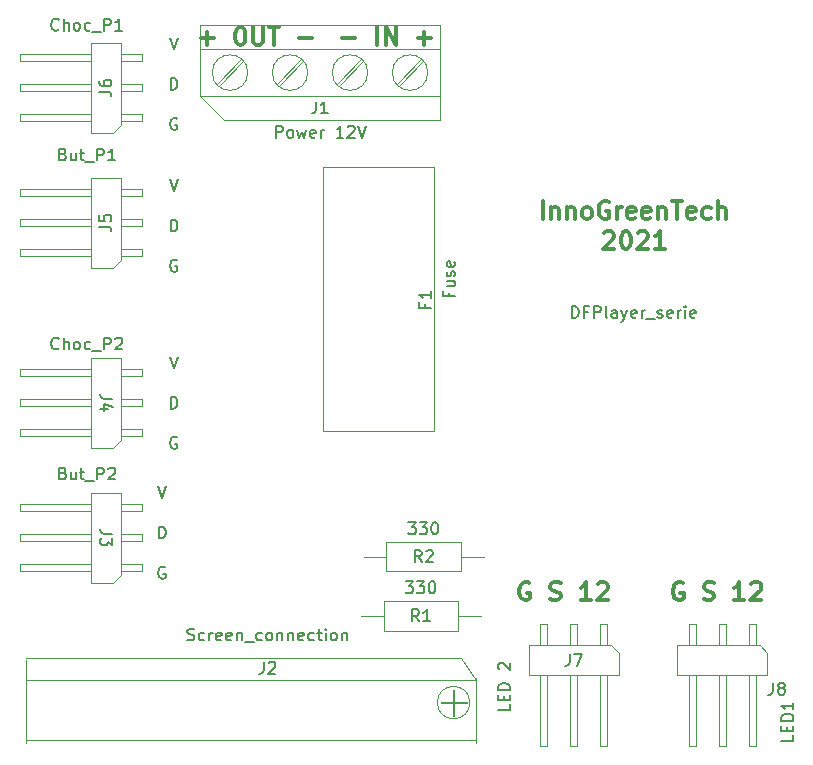
<source format=gbr>
G04 #@! TF.GenerationSoftware,KiCad,Pcbnew,(5.0.1)-4*
G04 #@! TF.CreationDate,2021-02-12T09:32:39+01:00*
G04 #@! TF.ProjectId,R_partiteur,52E97061727469746575722E6B696361,rev?*
G04 #@! TF.SameCoordinates,PX8e18f40PY848f8c0*
G04 #@! TF.FileFunction,Other,Fab,Top*
%FSLAX46Y46*%
G04 Gerber Fmt 4.6, Leading zero omitted, Abs format (unit mm)*
G04 Created by KiCad (PCBNEW (5.0.1)-4) date 12/02/2021 09:32:39*
%MOMM*%
%LPD*%
G01*
G04 APERTURE LIST*
%ADD10C,0.300000*%
%ADD11C,0.200000*%
%ADD12C,0.100000*%
%ADD13C,0.150000*%
G04 APERTURE END LIST*
D10*
X57107142Y15750000D02*
X56964285Y15821429D01*
X56750000Y15821429D01*
X56535714Y15750000D01*
X56392857Y15607143D01*
X56321428Y15464286D01*
X56250000Y15178572D01*
X56250000Y14964286D01*
X56321428Y14678572D01*
X56392857Y14535715D01*
X56535714Y14392858D01*
X56750000Y14321429D01*
X56892857Y14321429D01*
X57107142Y14392858D01*
X57178571Y14464286D01*
X57178571Y14964286D01*
X56892857Y14964286D01*
X58892857Y14392858D02*
X59107142Y14321429D01*
X59464285Y14321429D01*
X59607142Y14392858D01*
X59678571Y14464286D01*
X59750000Y14607143D01*
X59750000Y14750000D01*
X59678571Y14892858D01*
X59607142Y14964286D01*
X59464285Y15035715D01*
X59178571Y15107143D01*
X59035714Y15178572D01*
X58964285Y15250000D01*
X58892857Y15392858D01*
X58892857Y15535715D01*
X58964285Y15678572D01*
X59035714Y15750000D01*
X59178571Y15821429D01*
X59535714Y15821429D01*
X59750000Y15750000D01*
X62321428Y14321429D02*
X61464285Y14321429D01*
X61892857Y14321429D02*
X61892857Y15821429D01*
X61750000Y15607143D01*
X61607142Y15464286D01*
X61464285Y15392858D01*
X62892857Y15678572D02*
X62964285Y15750000D01*
X63107142Y15821429D01*
X63464285Y15821429D01*
X63607142Y15750000D01*
X63678571Y15678572D01*
X63750000Y15535715D01*
X63750000Y15392858D01*
X63678571Y15178572D01*
X62821428Y14321429D01*
X63750000Y14321429D01*
X44107142Y15750000D02*
X43964285Y15821429D01*
X43750000Y15821429D01*
X43535714Y15750000D01*
X43392857Y15607143D01*
X43321428Y15464286D01*
X43250000Y15178572D01*
X43250000Y14964286D01*
X43321428Y14678572D01*
X43392857Y14535715D01*
X43535714Y14392858D01*
X43750000Y14321429D01*
X43892857Y14321429D01*
X44107142Y14392858D01*
X44178571Y14464286D01*
X44178571Y14964286D01*
X43892857Y14964286D01*
X45892857Y14392858D02*
X46107142Y14321429D01*
X46464285Y14321429D01*
X46607142Y14392858D01*
X46678571Y14464286D01*
X46750000Y14607143D01*
X46750000Y14750000D01*
X46678571Y14892858D01*
X46607142Y14964286D01*
X46464285Y15035715D01*
X46178571Y15107143D01*
X46035714Y15178572D01*
X45964285Y15250000D01*
X45892857Y15392858D01*
X45892857Y15535715D01*
X45964285Y15678572D01*
X46035714Y15750000D01*
X46178571Y15821429D01*
X46535714Y15821429D01*
X46750000Y15750000D01*
X49321428Y14321429D02*
X48464285Y14321429D01*
X48892857Y14321429D02*
X48892857Y15821429D01*
X48750000Y15607143D01*
X48607142Y15464286D01*
X48464285Y15392858D01*
X49892857Y15678572D02*
X49964285Y15750000D01*
X50107142Y15821429D01*
X50464285Y15821429D01*
X50607142Y15750000D01*
X50678571Y15678572D01*
X50750000Y15535715D01*
X50750000Y15392858D01*
X50678571Y15178572D01*
X49821428Y14321429D01*
X50750000Y14321429D01*
D11*
X12666666Y23947620D02*
X13000000Y22947620D01*
X13333333Y23947620D01*
X12738095Y19547620D02*
X12738095Y20547620D01*
X12976190Y20547620D01*
X13119047Y20500000D01*
X13214285Y20404762D01*
X13261904Y20309524D01*
X13309523Y20119048D01*
X13309523Y19976191D01*
X13261904Y19785715D01*
X13214285Y19690477D01*
X13119047Y19595239D01*
X12976190Y19547620D01*
X12738095Y19547620D01*
X13261904Y17100000D02*
X13166666Y17147620D01*
X13023809Y17147620D01*
X12880952Y17100000D01*
X12785714Y17004762D01*
X12738095Y16909524D01*
X12690476Y16719048D01*
X12690476Y16576191D01*
X12738095Y16385715D01*
X12785714Y16290477D01*
X12880952Y16195239D01*
X13023809Y16147620D01*
X13119047Y16147620D01*
X13261904Y16195239D01*
X13309523Y16242858D01*
X13309523Y16576191D01*
X13119047Y16576191D01*
X13666666Y34947620D02*
X14000000Y33947620D01*
X14333333Y34947620D01*
X13738095Y30547620D02*
X13738095Y31547620D01*
X13976190Y31547620D01*
X14119047Y31500000D01*
X14214285Y31404762D01*
X14261904Y31309524D01*
X14309523Y31119048D01*
X14309523Y30976191D01*
X14261904Y30785715D01*
X14214285Y30690477D01*
X14119047Y30595239D01*
X13976190Y30547620D01*
X13738095Y30547620D01*
X14261904Y28100000D02*
X14166666Y28147620D01*
X14023809Y28147620D01*
X13880952Y28100000D01*
X13785714Y28004762D01*
X13738095Y27909524D01*
X13690476Y27719048D01*
X13690476Y27576191D01*
X13738095Y27385715D01*
X13785714Y27290477D01*
X13880952Y27195239D01*
X14023809Y27147620D01*
X14119047Y27147620D01*
X14261904Y27195239D01*
X14309523Y27242858D01*
X14309523Y27576191D01*
X14119047Y27576191D01*
X13666666Y49947620D02*
X14000000Y48947620D01*
X14333333Y49947620D01*
X13738095Y45547620D02*
X13738095Y46547620D01*
X13976190Y46547620D01*
X14119047Y46500000D01*
X14214285Y46404762D01*
X14261904Y46309524D01*
X14309523Y46119048D01*
X14309523Y45976191D01*
X14261904Y45785715D01*
X14214285Y45690477D01*
X14119047Y45595239D01*
X13976190Y45547620D01*
X13738095Y45547620D01*
X14261904Y43100000D02*
X14166666Y43147620D01*
X14023809Y43147620D01*
X13880952Y43100000D01*
X13785714Y43004762D01*
X13738095Y42909524D01*
X13690476Y42719048D01*
X13690476Y42576191D01*
X13738095Y42385715D01*
X13785714Y42290477D01*
X13880952Y42195239D01*
X14023809Y42147620D01*
X14119047Y42147620D01*
X14261904Y42195239D01*
X14309523Y42242858D01*
X14309523Y42576191D01*
X14119047Y42576191D01*
X13666666Y61947620D02*
X14000000Y60947620D01*
X14333333Y61947620D01*
X13738095Y57547620D02*
X13738095Y58547620D01*
X13976190Y58547620D01*
X14119047Y58500000D01*
X14214285Y58404762D01*
X14261904Y58309524D01*
X14309523Y58119048D01*
X14309523Y57976191D01*
X14261904Y57785715D01*
X14214285Y57690477D01*
X14119047Y57595239D01*
X13976190Y57547620D01*
X13738095Y57547620D01*
X14261904Y55100000D02*
X14166666Y55147620D01*
X14023809Y55147620D01*
X13880952Y55100000D01*
X13785714Y55004762D01*
X13738095Y54909524D01*
X13690476Y54719048D01*
X13690476Y54576191D01*
X13738095Y54385715D01*
X13785714Y54290477D01*
X13880952Y54195239D01*
X14023809Y54147620D01*
X14119047Y54147620D01*
X14261904Y54195239D01*
X14309523Y54242858D01*
X14309523Y54576191D01*
X14119047Y54576191D01*
D10*
X16285714Y61892858D02*
X17428571Y61892858D01*
X16857142Y61321429D02*
X16857142Y62464286D01*
X19571428Y62821429D02*
X19714285Y62821429D01*
X19857142Y62750000D01*
X19928571Y62678572D01*
X20000000Y62535715D01*
X20071428Y62250000D01*
X20071428Y61892858D01*
X20000000Y61607143D01*
X19928571Y61464286D01*
X19857142Y61392858D01*
X19714285Y61321429D01*
X19571428Y61321429D01*
X19428571Y61392858D01*
X19357142Y61464286D01*
X19285714Y61607143D01*
X19214285Y61892858D01*
X19214285Y62250000D01*
X19285714Y62535715D01*
X19357142Y62678572D01*
X19428571Y62750000D01*
X19571428Y62821429D01*
X20714285Y62821429D02*
X20714285Y61607143D01*
X20785714Y61464286D01*
X20857142Y61392858D01*
X21000000Y61321429D01*
X21285714Y61321429D01*
X21428571Y61392858D01*
X21500000Y61464286D01*
X21571428Y61607143D01*
X21571428Y62821429D01*
X22071428Y62821429D02*
X22928571Y62821429D01*
X22500000Y61321429D02*
X22500000Y62821429D01*
X24571428Y61892858D02*
X25714285Y61892858D01*
X28214285Y61892858D02*
X29357142Y61892858D01*
X31214285Y61321429D02*
X31214285Y62821429D01*
X31928571Y61321429D02*
X31928571Y62821429D01*
X32785714Y61321429D01*
X32785714Y62821429D01*
X34642857Y61892858D02*
X35785714Y61892858D01*
X35214285Y61321429D02*
X35214285Y62464286D01*
X45250000Y46596429D02*
X45250000Y48096429D01*
X45964285Y47596429D02*
X45964285Y46596429D01*
X45964285Y47453572D02*
X46035714Y47525000D01*
X46178571Y47596429D01*
X46392857Y47596429D01*
X46535714Y47525000D01*
X46607142Y47382143D01*
X46607142Y46596429D01*
X47321428Y47596429D02*
X47321428Y46596429D01*
X47321428Y47453572D02*
X47392857Y47525000D01*
X47535714Y47596429D01*
X47750000Y47596429D01*
X47892857Y47525000D01*
X47964285Y47382143D01*
X47964285Y46596429D01*
X48892857Y46596429D02*
X48750000Y46667858D01*
X48678571Y46739286D01*
X48607142Y46882143D01*
X48607142Y47310715D01*
X48678571Y47453572D01*
X48750000Y47525000D01*
X48892857Y47596429D01*
X49107142Y47596429D01*
X49250000Y47525000D01*
X49321428Y47453572D01*
X49392857Y47310715D01*
X49392857Y46882143D01*
X49321428Y46739286D01*
X49250000Y46667858D01*
X49107142Y46596429D01*
X48892857Y46596429D01*
X50821428Y48025000D02*
X50678571Y48096429D01*
X50464285Y48096429D01*
X50250000Y48025000D01*
X50107142Y47882143D01*
X50035714Y47739286D01*
X49964285Y47453572D01*
X49964285Y47239286D01*
X50035714Y46953572D01*
X50107142Y46810715D01*
X50250000Y46667858D01*
X50464285Y46596429D01*
X50607142Y46596429D01*
X50821428Y46667858D01*
X50892857Y46739286D01*
X50892857Y47239286D01*
X50607142Y47239286D01*
X51535714Y46596429D02*
X51535714Y47596429D01*
X51535714Y47310715D02*
X51607142Y47453572D01*
X51678571Y47525000D01*
X51821428Y47596429D01*
X51964285Y47596429D01*
X53035714Y46667858D02*
X52892857Y46596429D01*
X52607142Y46596429D01*
X52464285Y46667858D01*
X52392857Y46810715D01*
X52392857Y47382143D01*
X52464285Y47525000D01*
X52607142Y47596429D01*
X52892857Y47596429D01*
X53035714Y47525000D01*
X53107142Y47382143D01*
X53107142Y47239286D01*
X52392857Y47096429D01*
X54321428Y46667858D02*
X54178571Y46596429D01*
X53892857Y46596429D01*
X53750000Y46667858D01*
X53678571Y46810715D01*
X53678571Y47382143D01*
X53750000Y47525000D01*
X53892857Y47596429D01*
X54178571Y47596429D01*
X54321428Y47525000D01*
X54392857Y47382143D01*
X54392857Y47239286D01*
X53678571Y47096429D01*
X55035714Y47596429D02*
X55035714Y46596429D01*
X55035714Y47453572D02*
X55107142Y47525000D01*
X55250000Y47596429D01*
X55464285Y47596429D01*
X55607142Y47525000D01*
X55678571Y47382143D01*
X55678571Y46596429D01*
X56178571Y48096429D02*
X57035714Y48096429D01*
X56607142Y46596429D02*
X56607142Y48096429D01*
X58107142Y46667858D02*
X57964285Y46596429D01*
X57678571Y46596429D01*
X57535714Y46667858D01*
X57464285Y46810715D01*
X57464285Y47382143D01*
X57535714Y47525000D01*
X57678571Y47596429D01*
X57964285Y47596429D01*
X58107142Y47525000D01*
X58178571Y47382143D01*
X58178571Y47239286D01*
X57464285Y47096429D01*
X59464285Y46667858D02*
X59321428Y46596429D01*
X59035714Y46596429D01*
X58892857Y46667858D01*
X58821428Y46739286D01*
X58750000Y46882143D01*
X58750000Y47310715D01*
X58821428Y47453572D01*
X58892857Y47525000D01*
X59035714Y47596429D01*
X59321428Y47596429D01*
X59464285Y47525000D01*
X60107142Y46596429D02*
X60107142Y48096429D01*
X60750000Y46596429D02*
X60750000Y47382143D01*
X60678571Y47525000D01*
X60535714Y47596429D01*
X60321428Y47596429D01*
X60178571Y47525000D01*
X60107142Y47453572D01*
X50428571Y45403572D02*
X50500000Y45475000D01*
X50642857Y45546429D01*
X51000000Y45546429D01*
X51142857Y45475000D01*
X51214285Y45403572D01*
X51285714Y45260715D01*
X51285714Y45117858D01*
X51214285Y44903572D01*
X50357142Y44046429D01*
X51285714Y44046429D01*
X52214285Y45546429D02*
X52357142Y45546429D01*
X52500000Y45475000D01*
X52571428Y45403572D01*
X52642857Y45260715D01*
X52714285Y44975000D01*
X52714285Y44617858D01*
X52642857Y44332143D01*
X52571428Y44189286D01*
X52500000Y44117858D01*
X52357142Y44046429D01*
X52214285Y44046429D01*
X52071428Y44117858D01*
X52000000Y44189286D01*
X51928571Y44332143D01*
X51857142Y44617858D01*
X51857142Y44975000D01*
X51928571Y45260715D01*
X52000000Y45403572D01*
X52071428Y45475000D01*
X52214285Y45546429D01*
X53285714Y45403572D02*
X53357142Y45475000D01*
X53500000Y45546429D01*
X53857142Y45546429D01*
X54000000Y45475000D01*
X54071428Y45403572D01*
X54142857Y45260715D01*
X54142857Y45117858D01*
X54071428Y44903572D01*
X53214285Y44046429D01*
X54142857Y44046429D01*
X55571428Y44046429D02*
X54714285Y44046429D01*
X55142857Y44046429D02*
X55142857Y45546429D01*
X55000000Y45332143D01*
X54857142Y45189286D01*
X54714285Y45117858D01*
D12*
G04 #@! TO.C,J8*
X57600000Y7960000D02*
X57600000Y1960000D01*
X58240000Y1960000D02*
X57600000Y1960000D01*
X58240000Y7960000D02*
X58240000Y1960000D01*
X57600000Y12320000D02*
X57600000Y10500000D01*
X58240000Y12320000D02*
X57600000Y12320000D01*
X58240000Y12320000D02*
X58240000Y10500000D01*
X60140000Y7960000D02*
X60140000Y1960000D01*
X60780000Y1960000D02*
X60140000Y1960000D01*
X60780000Y7960000D02*
X60780000Y1960000D01*
X60140000Y12320000D02*
X60140000Y10500000D01*
X60780000Y12320000D02*
X60140000Y12320000D01*
X60780000Y12320000D02*
X60780000Y10500000D01*
X62680000Y7960000D02*
X62680000Y1960000D01*
X63320000Y1960000D02*
X62680000Y1960000D01*
X63320000Y7960000D02*
X63320000Y1960000D01*
X62680000Y12320000D02*
X62680000Y10500000D01*
X63320000Y12320000D02*
X62680000Y12320000D01*
X63320000Y12320000D02*
X63320000Y10500000D01*
X63635000Y10500000D02*
X64270000Y9865000D01*
X56650000Y10500000D02*
X63635000Y10500000D01*
X56650000Y7960000D02*
X56650000Y10500000D01*
X64270000Y7960000D02*
X56650000Y7960000D01*
X64270000Y9865000D02*
X64270000Y7960000D01*
G04 #@! TO.C,J1*
X20260000Y58990000D02*
G75*
G03X20260000Y58990000I-1500000J0D01*
G01*
X25340000Y58990000D02*
G75*
G03X25340000Y58990000I-1500000J0D01*
G01*
X30420000Y58990000D02*
G75*
G03X30420000Y58990000I-1500000J0D01*
G01*
X35500000Y58990000D02*
G75*
G03X35500000Y58990000I-1500000J0D01*
G01*
X16220000Y62990000D02*
X36540000Y62990000D01*
X36540000Y62990000D02*
X36540000Y54990000D01*
X36540000Y54990000D02*
X18220000Y54990000D01*
X18220000Y54990000D02*
X16220000Y56990000D01*
X16220000Y56990000D02*
X16220000Y62990000D01*
X16220000Y56990000D02*
X36540000Y56990000D01*
X16220000Y60990000D02*
X36540000Y60990000D01*
X19898000Y59945000D02*
X17805000Y57852000D01*
X19715000Y60128000D02*
X17622000Y58035000D01*
X24978000Y59945000D02*
X22886000Y57852000D01*
X24795000Y60128000D02*
X22703000Y58035000D01*
X30058000Y59945000D02*
X27966000Y57852000D01*
X29875000Y60128000D02*
X27783000Y58035000D01*
X35138000Y59945000D02*
X33046000Y57852000D01*
X34955000Y60128000D02*
X32863000Y58035000D01*
G04 #@! TO.C,J2*
X39065000Y5650000D02*
G75*
G03X39065000Y5650000I-1375000J0D01*
G01*
X39595000Y2475000D02*
X1495000Y2475000D01*
X1495000Y2250000D02*
X1495000Y9250000D01*
X1495000Y9460000D02*
X38325000Y9460000D01*
X38325000Y9460000D02*
X39595000Y7555000D01*
X39595000Y7750000D02*
X39595000Y2250000D01*
X39595000Y7555000D02*
X1495000Y7555000D01*
X38790000Y5581000D02*
X37759000Y5581000D01*
X37759000Y5581000D02*
X37759000Y4550000D01*
X37759000Y4550000D02*
X37621000Y4550000D01*
X37621000Y4550000D02*
X37621000Y5581000D01*
X37621000Y5581000D02*
X36590000Y5581000D01*
X36590000Y5581000D02*
X36590000Y5719000D01*
X36590000Y5719000D02*
X37621000Y5719000D01*
X37621000Y5719000D02*
X37621000Y6750000D01*
X37621000Y6750000D02*
X37759000Y6750000D01*
X37759000Y6750000D02*
X37759000Y5719000D01*
X37759000Y5719000D02*
X38790000Y5719000D01*
X38790000Y5719000D02*
X38790000Y5581000D01*
G04 #@! TO.C,J3*
X8885000Y15810000D02*
X6980000Y15810000D01*
X6980000Y15810000D02*
X6980000Y23430000D01*
X6980000Y23430000D02*
X9520000Y23430000D01*
X9520000Y23430000D02*
X9520000Y16445000D01*
X9520000Y16445000D02*
X8885000Y15810000D01*
X11340000Y16760000D02*
X9520000Y16760000D01*
X11340000Y16760000D02*
X11340000Y17400000D01*
X11340000Y17400000D02*
X9520000Y17400000D01*
X6980000Y16760000D02*
X980000Y16760000D01*
X980000Y16760000D02*
X980000Y17400000D01*
X6980000Y17400000D02*
X980000Y17400000D01*
X11340000Y19300000D02*
X9520000Y19300000D01*
X11340000Y19300000D02*
X11340000Y19940000D01*
X11340000Y19940000D02*
X9520000Y19940000D01*
X6980000Y19300000D02*
X980000Y19300000D01*
X980000Y19300000D02*
X980000Y19940000D01*
X6980000Y19940000D02*
X980000Y19940000D01*
X11340000Y21840000D02*
X9520000Y21840000D01*
X11340000Y21840000D02*
X11340000Y22480000D01*
X11340000Y22480000D02*
X9520000Y22480000D01*
X6980000Y21840000D02*
X980000Y21840000D01*
X980000Y21840000D02*
X980000Y22480000D01*
X6980000Y22480000D02*
X980000Y22480000D01*
G04 #@! TO.C,J4*
X6980000Y33910000D02*
X980000Y33910000D01*
X980000Y33270000D02*
X980000Y33910000D01*
X6980000Y33270000D02*
X980000Y33270000D01*
X11340000Y33910000D02*
X9520000Y33910000D01*
X11340000Y33270000D02*
X11340000Y33910000D01*
X11340000Y33270000D02*
X9520000Y33270000D01*
X6980000Y31370000D02*
X980000Y31370000D01*
X980000Y30730000D02*
X980000Y31370000D01*
X6980000Y30730000D02*
X980000Y30730000D01*
X11340000Y31370000D02*
X9520000Y31370000D01*
X11340000Y30730000D02*
X11340000Y31370000D01*
X11340000Y30730000D02*
X9520000Y30730000D01*
X6980000Y28830000D02*
X980000Y28830000D01*
X980000Y28190000D02*
X980000Y28830000D01*
X6980000Y28190000D02*
X980000Y28190000D01*
X11340000Y28830000D02*
X9520000Y28830000D01*
X11340000Y28190000D02*
X11340000Y28830000D01*
X11340000Y28190000D02*
X9520000Y28190000D01*
X9520000Y27875000D02*
X8885000Y27240000D01*
X9520000Y34860000D02*
X9520000Y27875000D01*
X6980000Y34860000D02*
X9520000Y34860000D01*
X6980000Y27240000D02*
X6980000Y34860000D01*
X8885000Y27240000D02*
X6980000Y27240000D01*
G04 #@! TO.C,J5*
X8885000Y42480000D02*
X6980000Y42480000D01*
X6980000Y42480000D02*
X6980000Y50100000D01*
X6980000Y50100000D02*
X9520000Y50100000D01*
X9520000Y50100000D02*
X9520000Y43115000D01*
X9520000Y43115000D02*
X8885000Y42480000D01*
X11340000Y43430000D02*
X9520000Y43430000D01*
X11340000Y43430000D02*
X11340000Y44070000D01*
X11340000Y44070000D02*
X9520000Y44070000D01*
X6980000Y43430000D02*
X980000Y43430000D01*
X980000Y43430000D02*
X980000Y44070000D01*
X6980000Y44070000D02*
X980000Y44070000D01*
X11340000Y45970000D02*
X9520000Y45970000D01*
X11340000Y45970000D02*
X11340000Y46610000D01*
X11340000Y46610000D02*
X9520000Y46610000D01*
X6980000Y45970000D02*
X980000Y45970000D01*
X980000Y45970000D02*
X980000Y46610000D01*
X6980000Y46610000D02*
X980000Y46610000D01*
X11340000Y48510000D02*
X9520000Y48510000D01*
X11340000Y48510000D02*
X11340000Y49150000D01*
X11340000Y49150000D02*
X9520000Y49150000D01*
X6980000Y48510000D02*
X980000Y48510000D01*
X980000Y48510000D02*
X980000Y49150000D01*
X6980000Y49150000D02*
X980000Y49150000D01*
G04 #@! TO.C,J6*
X6980000Y60580000D02*
X980000Y60580000D01*
X980000Y59940000D02*
X980000Y60580000D01*
X6980000Y59940000D02*
X980000Y59940000D01*
X11340000Y60580000D02*
X9520000Y60580000D01*
X11340000Y59940000D02*
X11340000Y60580000D01*
X11340000Y59940000D02*
X9520000Y59940000D01*
X6980000Y58040000D02*
X980000Y58040000D01*
X980000Y57400000D02*
X980000Y58040000D01*
X6980000Y57400000D02*
X980000Y57400000D01*
X11340000Y58040000D02*
X9520000Y58040000D01*
X11340000Y57400000D02*
X11340000Y58040000D01*
X11340000Y57400000D02*
X9520000Y57400000D01*
X6980000Y55500000D02*
X980000Y55500000D01*
X980000Y54860000D02*
X980000Y55500000D01*
X6980000Y54860000D02*
X980000Y54860000D01*
X11340000Y55500000D02*
X9520000Y55500000D01*
X11340000Y54860000D02*
X11340000Y55500000D01*
X11340000Y54860000D02*
X9520000Y54860000D01*
X9520000Y54545000D02*
X8885000Y53910000D01*
X9520000Y61530000D02*
X9520000Y54545000D01*
X6980000Y61530000D02*
X9520000Y61530000D01*
X6980000Y53910000D02*
X6980000Y61530000D01*
X8885000Y53910000D02*
X6980000Y53910000D01*
G04 #@! TO.C,J7*
X51660000Y9865000D02*
X51660000Y7960000D01*
X51660000Y7960000D02*
X44040000Y7960000D01*
X44040000Y7960000D02*
X44040000Y10500000D01*
X44040000Y10500000D02*
X51025000Y10500000D01*
X51025000Y10500000D02*
X51660000Y9865000D01*
X50710000Y12320000D02*
X50710000Y10500000D01*
X50710000Y12320000D02*
X50070000Y12320000D01*
X50070000Y12320000D02*
X50070000Y10500000D01*
X50710000Y7960000D02*
X50710000Y1960000D01*
X50710000Y1960000D02*
X50070000Y1960000D01*
X50070000Y7960000D02*
X50070000Y1960000D01*
X48170000Y12320000D02*
X48170000Y10500000D01*
X48170000Y12320000D02*
X47530000Y12320000D01*
X47530000Y12320000D02*
X47530000Y10500000D01*
X48170000Y7960000D02*
X48170000Y1960000D01*
X48170000Y1960000D02*
X47530000Y1960000D01*
X47530000Y7960000D02*
X47530000Y1960000D01*
X45630000Y12320000D02*
X45630000Y10500000D01*
X45630000Y12320000D02*
X44990000Y12320000D01*
X44990000Y12320000D02*
X44990000Y10500000D01*
X45630000Y7960000D02*
X45630000Y1960000D01*
X45630000Y1960000D02*
X44990000Y1960000D01*
X44990000Y7960000D02*
X44990000Y1960000D01*
G04 #@! TO.C,F1*
X26640000Y28610000D02*
X36040000Y28610000D01*
X36040000Y28610000D02*
X36040000Y51010000D01*
X36040000Y51010000D02*
X26640000Y51010000D01*
X26640000Y51010000D02*
X26640000Y28610000D01*
G04 #@! TO.C,R1*
X38070000Y11750000D02*
X38070000Y14250000D01*
X38070000Y14250000D02*
X31770000Y14250000D01*
X31770000Y14250000D02*
X31770000Y11750000D01*
X31770000Y11750000D02*
X38070000Y11750000D01*
X40000000Y13000000D02*
X38070000Y13000000D01*
X29840000Y13000000D02*
X31770000Y13000000D01*
G04 #@! TO.C,R2*
X30070000Y18000000D02*
X32000000Y18000000D01*
X40230000Y18000000D02*
X38300000Y18000000D01*
X32000000Y16750000D02*
X38300000Y16750000D01*
X32000000Y19250000D02*
X32000000Y16750000D01*
X38300000Y19250000D02*
X32000000Y19250000D01*
X38300000Y16750000D02*
X38300000Y19250000D01*
G04 #@! TD*
G04 #@! TO.C,J8*
D13*
X66452380Y2880953D02*
X66452380Y2404762D01*
X65452380Y2404762D01*
X65928571Y3214286D02*
X65928571Y3547620D01*
X66452380Y3690477D02*
X66452380Y3214286D01*
X65452380Y3214286D01*
X65452380Y3690477D01*
X66452380Y4119048D02*
X65452380Y4119048D01*
X65452380Y4357143D01*
X65500000Y4500000D01*
X65595238Y4595239D01*
X65690476Y4642858D01*
X65880952Y4690477D01*
X66023809Y4690477D01*
X66214285Y4642858D01*
X66309523Y4595239D01*
X66404761Y4500000D01*
X66452380Y4357143D01*
X66452380Y4119048D01*
X66452380Y5642858D02*
X66452380Y5071429D01*
X66452380Y5357143D02*
X65452380Y5357143D01*
X65595238Y5261905D01*
X65690476Y5166667D01*
X65738095Y5071429D01*
X64731667Y7322621D02*
X64731667Y6608335D01*
X64684048Y6465478D01*
X64588810Y6370240D01*
X64445953Y6322621D01*
X64350715Y6322621D01*
X65350715Y6894049D02*
X65255477Y6941668D01*
X65207858Y6989287D01*
X65160239Y7084525D01*
X65160239Y7132144D01*
X65207858Y7227382D01*
X65255477Y7275001D01*
X65350715Y7322621D01*
X65541191Y7322621D01*
X65636429Y7275001D01*
X65684048Y7227382D01*
X65731667Y7132144D01*
X65731667Y7084525D01*
X65684048Y6989287D01*
X65636429Y6941668D01*
X65541191Y6894049D01*
X65350715Y6894049D01*
X65255477Y6846430D01*
X65207858Y6798811D01*
X65160239Y6703573D01*
X65160239Y6513097D01*
X65207858Y6417859D01*
X65255477Y6370240D01*
X65350715Y6322621D01*
X65541191Y6322621D01*
X65636429Y6370240D01*
X65684048Y6417859D01*
X65731667Y6513097D01*
X65731667Y6703573D01*
X65684048Y6798811D01*
X65636429Y6846430D01*
X65541191Y6894049D01*
G04 #@! TO.C,J1*
X22641904Y53477620D02*
X22641904Y54477620D01*
X23022857Y54477620D01*
X23118095Y54430000D01*
X23165714Y54382381D01*
X23213333Y54287143D01*
X23213333Y54144286D01*
X23165714Y54049048D01*
X23118095Y54001429D01*
X23022857Y53953810D01*
X22641904Y53953810D01*
X23784761Y53477620D02*
X23689523Y53525239D01*
X23641904Y53572858D01*
X23594285Y53668096D01*
X23594285Y53953810D01*
X23641904Y54049048D01*
X23689523Y54096667D01*
X23784761Y54144286D01*
X23927619Y54144286D01*
X24022857Y54096667D01*
X24070476Y54049048D01*
X24118095Y53953810D01*
X24118095Y53668096D01*
X24070476Y53572858D01*
X24022857Y53525239D01*
X23927619Y53477620D01*
X23784761Y53477620D01*
X24451428Y54144286D02*
X24641904Y53477620D01*
X24832380Y53953810D01*
X25022857Y53477620D01*
X25213333Y54144286D01*
X25975238Y53525239D02*
X25880000Y53477620D01*
X25689523Y53477620D01*
X25594285Y53525239D01*
X25546666Y53620477D01*
X25546666Y54001429D01*
X25594285Y54096667D01*
X25689523Y54144286D01*
X25880000Y54144286D01*
X25975238Y54096667D01*
X26022857Y54001429D01*
X26022857Y53906191D01*
X25546666Y53810953D01*
X26451428Y53477620D02*
X26451428Y54144286D01*
X26451428Y53953810D02*
X26499047Y54049048D01*
X26546666Y54096667D01*
X26641904Y54144286D01*
X26737142Y54144286D01*
X28356190Y53477620D02*
X27784761Y53477620D01*
X28070476Y53477620D02*
X28070476Y54477620D01*
X27975238Y54334762D01*
X27880000Y54239524D01*
X27784761Y54191905D01*
X28737142Y54382381D02*
X28784761Y54430000D01*
X28880000Y54477620D01*
X29118095Y54477620D01*
X29213333Y54430000D01*
X29260952Y54382381D01*
X29308571Y54287143D01*
X29308571Y54191905D01*
X29260952Y54049048D01*
X28689523Y53477620D01*
X29308571Y53477620D01*
X29594285Y54477620D02*
X29927619Y53477620D01*
X30260952Y54477620D01*
X26046666Y56537620D02*
X26046666Y55823334D01*
X25999047Y55680477D01*
X25903809Y55585239D01*
X25760952Y55537620D01*
X25665714Y55537620D01*
X27046666Y55537620D02*
X26475238Y55537620D01*
X26760952Y55537620D02*
X26760952Y56537620D01*
X26665714Y56394762D01*
X26570476Y56299524D01*
X26475238Y56251905D01*
G04 #@! TO.C,J2*
X15154285Y10960239D02*
X15297142Y10912620D01*
X15535238Y10912620D01*
X15630476Y10960239D01*
X15678095Y11007858D01*
X15725714Y11103096D01*
X15725714Y11198334D01*
X15678095Y11293572D01*
X15630476Y11341191D01*
X15535238Y11388810D01*
X15344761Y11436429D01*
X15249523Y11484048D01*
X15201904Y11531667D01*
X15154285Y11626905D01*
X15154285Y11722143D01*
X15201904Y11817381D01*
X15249523Y11865000D01*
X15344761Y11912620D01*
X15582857Y11912620D01*
X15725714Y11865000D01*
X16582857Y10960239D02*
X16487619Y10912620D01*
X16297142Y10912620D01*
X16201904Y10960239D01*
X16154285Y11007858D01*
X16106666Y11103096D01*
X16106666Y11388810D01*
X16154285Y11484048D01*
X16201904Y11531667D01*
X16297142Y11579286D01*
X16487619Y11579286D01*
X16582857Y11531667D01*
X17011428Y10912620D02*
X17011428Y11579286D01*
X17011428Y11388810D02*
X17059047Y11484048D01*
X17106666Y11531667D01*
X17201904Y11579286D01*
X17297142Y11579286D01*
X18011428Y10960239D02*
X17916190Y10912620D01*
X17725714Y10912620D01*
X17630476Y10960239D01*
X17582857Y11055477D01*
X17582857Y11436429D01*
X17630476Y11531667D01*
X17725714Y11579286D01*
X17916190Y11579286D01*
X18011428Y11531667D01*
X18059047Y11436429D01*
X18059047Y11341191D01*
X17582857Y11245953D01*
X18868571Y10960239D02*
X18773333Y10912620D01*
X18582857Y10912620D01*
X18487619Y10960239D01*
X18440000Y11055477D01*
X18440000Y11436429D01*
X18487619Y11531667D01*
X18582857Y11579286D01*
X18773333Y11579286D01*
X18868571Y11531667D01*
X18916190Y11436429D01*
X18916190Y11341191D01*
X18440000Y11245953D01*
X19344761Y11579286D02*
X19344761Y10912620D01*
X19344761Y11484048D02*
X19392380Y11531667D01*
X19487619Y11579286D01*
X19630476Y11579286D01*
X19725714Y11531667D01*
X19773333Y11436429D01*
X19773333Y10912620D01*
X20011428Y10817381D02*
X20773333Y10817381D01*
X21440000Y10960239D02*
X21344761Y10912620D01*
X21154285Y10912620D01*
X21059047Y10960239D01*
X21011428Y11007858D01*
X20963809Y11103096D01*
X20963809Y11388810D01*
X21011428Y11484048D01*
X21059047Y11531667D01*
X21154285Y11579286D01*
X21344761Y11579286D01*
X21440000Y11531667D01*
X22011428Y10912620D02*
X21916190Y10960239D01*
X21868571Y11007858D01*
X21820952Y11103096D01*
X21820952Y11388810D01*
X21868571Y11484048D01*
X21916190Y11531667D01*
X22011428Y11579286D01*
X22154285Y11579286D01*
X22249523Y11531667D01*
X22297142Y11484048D01*
X22344761Y11388810D01*
X22344761Y11103096D01*
X22297142Y11007858D01*
X22249523Y10960239D01*
X22154285Y10912620D01*
X22011428Y10912620D01*
X22773333Y11579286D02*
X22773333Y10912620D01*
X22773333Y11484048D02*
X22820952Y11531667D01*
X22916190Y11579286D01*
X23059047Y11579286D01*
X23154285Y11531667D01*
X23201904Y11436429D01*
X23201904Y10912620D01*
X23678095Y11579286D02*
X23678095Y10912620D01*
X23678095Y11484048D02*
X23725714Y11531667D01*
X23820952Y11579286D01*
X23963809Y11579286D01*
X24059047Y11531667D01*
X24106666Y11436429D01*
X24106666Y10912620D01*
X24963809Y10960239D02*
X24868571Y10912620D01*
X24678095Y10912620D01*
X24582857Y10960239D01*
X24535238Y11055477D01*
X24535238Y11436429D01*
X24582857Y11531667D01*
X24678095Y11579286D01*
X24868571Y11579286D01*
X24963809Y11531667D01*
X25011428Y11436429D01*
X25011428Y11341191D01*
X24535238Y11245953D01*
X25868571Y10960239D02*
X25773333Y10912620D01*
X25582857Y10912620D01*
X25487619Y10960239D01*
X25440000Y11007858D01*
X25392380Y11103096D01*
X25392380Y11388810D01*
X25440000Y11484048D01*
X25487619Y11531667D01*
X25582857Y11579286D01*
X25773333Y11579286D01*
X25868571Y11531667D01*
X26154285Y11579286D02*
X26535238Y11579286D01*
X26297142Y11912620D02*
X26297142Y11055477D01*
X26344761Y10960239D01*
X26440000Y10912620D01*
X26535238Y10912620D01*
X26868571Y10912620D02*
X26868571Y11579286D01*
X26868571Y11912620D02*
X26820952Y11865000D01*
X26868571Y11817381D01*
X26916190Y11865000D01*
X26868571Y11912620D01*
X26868571Y11817381D01*
X27487619Y10912620D02*
X27392380Y10960239D01*
X27344761Y11007858D01*
X27297142Y11103096D01*
X27297142Y11388810D01*
X27344761Y11484048D01*
X27392380Y11531667D01*
X27487619Y11579286D01*
X27630476Y11579286D01*
X27725714Y11531667D01*
X27773333Y11484048D01*
X27820952Y11388810D01*
X27820952Y11103096D01*
X27773333Y11007858D01*
X27725714Y10960239D01*
X27630476Y10912620D01*
X27487619Y10912620D01*
X28249523Y11579286D02*
X28249523Y10912620D01*
X28249523Y11484048D02*
X28297142Y11531667D01*
X28392380Y11579286D01*
X28535238Y11579286D01*
X28630476Y11531667D01*
X28678095Y11436429D01*
X28678095Y10912620D01*
X21606666Y9097620D02*
X21606666Y8383334D01*
X21559047Y8240477D01*
X21463809Y8145239D01*
X21320952Y8097620D01*
X21225714Y8097620D01*
X22035238Y9002381D02*
X22082857Y9050000D01*
X22178095Y9097620D01*
X22416190Y9097620D01*
X22511428Y9050000D01*
X22559047Y9002381D01*
X22606666Y8907143D01*
X22606666Y8811905D01*
X22559047Y8669048D01*
X21987619Y8097620D01*
X22606666Y8097620D01*
G04 #@! TO.C,J3*
X4611190Y25071429D02*
X4754047Y25023810D01*
X4801666Y24976191D01*
X4849285Y24880953D01*
X4849285Y24738096D01*
X4801666Y24642858D01*
X4754047Y24595239D01*
X4658809Y24547620D01*
X4277857Y24547620D01*
X4277857Y25547620D01*
X4611190Y25547620D01*
X4706428Y25500000D01*
X4754047Y25452381D01*
X4801666Y25357143D01*
X4801666Y25261905D01*
X4754047Y25166667D01*
X4706428Y25119048D01*
X4611190Y25071429D01*
X4277857Y25071429D01*
X5706428Y25214286D02*
X5706428Y24547620D01*
X5277857Y25214286D02*
X5277857Y24690477D01*
X5325476Y24595239D01*
X5420714Y24547620D01*
X5563571Y24547620D01*
X5658809Y24595239D01*
X5706428Y24642858D01*
X6039761Y25214286D02*
X6420714Y25214286D01*
X6182619Y25547620D02*
X6182619Y24690477D01*
X6230238Y24595239D01*
X6325476Y24547620D01*
X6420714Y24547620D01*
X6515952Y24452381D02*
X7277857Y24452381D01*
X7515952Y24547620D02*
X7515952Y25547620D01*
X7896904Y25547620D01*
X7992142Y25500000D01*
X8039761Y25452381D01*
X8087380Y25357143D01*
X8087380Y25214286D01*
X8039761Y25119048D01*
X7992142Y25071429D01*
X7896904Y25023810D01*
X7515952Y25023810D01*
X8468333Y25452381D02*
X8515952Y25500000D01*
X8611190Y25547620D01*
X8849285Y25547620D01*
X8944523Y25500000D01*
X8992142Y25452381D01*
X9039761Y25357143D01*
X9039761Y25261905D01*
X8992142Y25119048D01*
X8420714Y24547620D01*
X9039761Y24547620D01*
X8797619Y19953334D02*
X8083333Y19953334D01*
X7940476Y20000953D01*
X7845238Y20096191D01*
X7797619Y20239048D01*
X7797619Y20334286D01*
X8797619Y19572381D02*
X8797619Y18953334D01*
X8416666Y19286667D01*
X8416666Y19143810D01*
X8369047Y19048572D01*
X8321428Y19000953D01*
X8226190Y18953334D01*
X7988095Y18953334D01*
X7892857Y19000953D01*
X7845238Y19048572D01*
X7797619Y19143810D01*
X7797619Y19429524D01*
X7845238Y19524762D01*
X7892857Y19572381D01*
G04 #@! TO.C,J4*
X4254047Y35642858D02*
X4206428Y35595239D01*
X4063571Y35547620D01*
X3968333Y35547620D01*
X3825476Y35595239D01*
X3730238Y35690477D01*
X3682619Y35785715D01*
X3635000Y35976191D01*
X3635000Y36119048D01*
X3682619Y36309524D01*
X3730238Y36404762D01*
X3825476Y36500000D01*
X3968333Y36547620D01*
X4063571Y36547620D01*
X4206428Y36500000D01*
X4254047Y36452381D01*
X4682619Y35547620D02*
X4682619Y36547620D01*
X5111190Y35547620D02*
X5111190Y36071429D01*
X5063571Y36166667D01*
X4968333Y36214286D01*
X4825476Y36214286D01*
X4730238Y36166667D01*
X4682619Y36119048D01*
X5730238Y35547620D02*
X5635000Y35595239D01*
X5587380Y35642858D01*
X5539761Y35738096D01*
X5539761Y36023810D01*
X5587380Y36119048D01*
X5635000Y36166667D01*
X5730238Y36214286D01*
X5873095Y36214286D01*
X5968333Y36166667D01*
X6015952Y36119048D01*
X6063571Y36023810D01*
X6063571Y35738096D01*
X6015952Y35642858D01*
X5968333Y35595239D01*
X5873095Y35547620D01*
X5730238Y35547620D01*
X6920714Y35595239D02*
X6825476Y35547620D01*
X6635000Y35547620D01*
X6539761Y35595239D01*
X6492142Y35642858D01*
X6444523Y35738096D01*
X6444523Y36023810D01*
X6492142Y36119048D01*
X6539761Y36166667D01*
X6635000Y36214286D01*
X6825476Y36214286D01*
X6920714Y36166667D01*
X7111190Y35452381D02*
X7873095Y35452381D01*
X8111190Y35547620D02*
X8111190Y36547620D01*
X8492142Y36547620D01*
X8587380Y36500000D01*
X8635000Y36452381D01*
X8682619Y36357143D01*
X8682619Y36214286D01*
X8635000Y36119048D01*
X8587380Y36071429D01*
X8492142Y36023810D01*
X8111190Y36023810D01*
X9063571Y36452381D02*
X9111190Y36500000D01*
X9206428Y36547620D01*
X9444523Y36547620D01*
X9539761Y36500000D01*
X9587380Y36452381D01*
X9635000Y36357143D01*
X9635000Y36261905D01*
X9587380Y36119048D01*
X9015952Y35547620D01*
X9635000Y35547620D01*
X8797619Y31383334D02*
X8083333Y31383334D01*
X7940476Y31430953D01*
X7845238Y31526191D01*
X7797619Y31669048D01*
X7797619Y31764286D01*
X8464285Y30478572D02*
X7797619Y30478572D01*
X8845238Y30716667D02*
X8130952Y30954762D01*
X8130952Y30335715D01*
G04 #@! TO.C,J5*
X4611190Y52071429D02*
X4754047Y52023810D01*
X4801666Y51976191D01*
X4849285Y51880953D01*
X4849285Y51738096D01*
X4801666Y51642858D01*
X4754047Y51595239D01*
X4658809Y51547620D01*
X4277857Y51547620D01*
X4277857Y52547620D01*
X4611190Y52547620D01*
X4706428Y52500000D01*
X4754047Y52452381D01*
X4801666Y52357143D01*
X4801666Y52261905D01*
X4754047Y52166667D01*
X4706428Y52119048D01*
X4611190Y52071429D01*
X4277857Y52071429D01*
X5706428Y52214286D02*
X5706428Y51547620D01*
X5277857Y52214286D02*
X5277857Y51690477D01*
X5325476Y51595239D01*
X5420714Y51547620D01*
X5563571Y51547620D01*
X5658809Y51595239D01*
X5706428Y51642858D01*
X6039761Y52214286D02*
X6420714Y52214286D01*
X6182619Y52547620D02*
X6182619Y51690477D01*
X6230238Y51595239D01*
X6325476Y51547620D01*
X6420714Y51547620D01*
X6515952Y51452381D02*
X7277857Y51452381D01*
X7515952Y51547620D02*
X7515952Y52547620D01*
X7896904Y52547620D01*
X7992142Y52500000D01*
X8039761Y52452381D01*
X8087380Y52357143D01*
X8087380Y52214286D01*
X8039761Y52119048D01*
X7992142Y52071429D01*
X7896904Y52023810D01*
X7515952Y52023810D01*
X9039761Y51547620D02*
X8468333Y51547620D01*
X8754047Y51547620D02*
X8754047Y52547620D01*
X8658809Y52404762D01*
X8563571Y52309524D01*
X8468333Y52261905D01*
X7702380Y45956667D02*
X8416666Y45956667D01*
X8559523Y45909048D01*
X8654761Y45813810D01*
X8702380Y45670953D01*
X8702380Y45575715D01*
X7702380Y46909048D02*
X7702380Y46432858D01*
X8178571Y46385239D01*
X8130952Y46432858D01*
X8083333Y46528096D01*
X8083333Y46766191D01*
X8130952Y46861429D01*
X8178571Y46909048D01*
X8273809Y46956667D01*
X8511904Y46956667D01*
X8607142Y46909048D01*
X8654761Y46861429D01*
X8702380Y46766191D01*
X8702380Y46528096D01*
X8654761Y46432858D01*
X8607142Y46385239D01*
G04 #@! TO.C,J6*
X4254047Y62642858D02*
X4206428Y62595239D01*
X4063571Y62547620D01*
X3968333Y62547620D01*
X3825476Y62595239D01*
X3730238Y62690477D01*
X3682619Y62785715D01*
X3635000Y62976191D01*
X3635000Y63119048D01*
X3682619Y63309524D01*
X3730238Y63404762D01*
X3825476Y63500000D01*
X3968333Y63547620D01*
X4063571Y63547620D01*
X4206428Y63500000D01*
X4254047Y63452381D01*
X4682619Y62547620D02*
X4682619Y63547620D01*
X5111190Y62547620D02*
X5111190Y63071429D01*
X5063571Y63166667D01*
X4968333Y63214286D01*
X4825476Y63214286D01*
X4730238Y63166667D01*
X4682619Y63119048D01*
X5730238Y62547620D02*
X5635000Y62595239D01*
X5587380Y62642858D01*
X5539761Y62738096D01*
X5539761Y63023810D01*
X5587380Y63119048D01*
X5635000Y63166667D01*
X5730238Y63214286D01*
X5873095Y63214286D01*
X5968333Y63166667D01*
X6015952Y63119048D01*
X6063571Y63023810D01*
X6063571Y62738096D01*
X6015952Y62642858D01*
X5968333Y62595239D01*
X5873095Y62547620D01*
X5730238Y62547620D01*
X6920714Y62595239D02*
X6825476Y62547620D01*
X6635000Y62547620D01*
X6539761Y62595239D01*
X6492142Y62642858D01*
X6444523Y62738096D01*
X6444523Y63023810D01*
X6492142Y63119048D01*
X6539761Y63166667D01*
X6635000Y63214286D01*
X6825476Y63214286D01*
X6920714Y63166667D01*
X7111190Y62452381D02*
X7873095Y62452381D01*
X8111190Y62547620D02*
X8111190Y63547620D01*
X8492142Y63547620D01*
X8587380Y63500000D01*
X8635000Y63452381D01*
X8682619Y63357143D01*
X8682619Y63214286D01*
X8635000Y63119048D01*
X8587380Y63071429D01*
X8492142Y63023810D01*
X8111190Y63023810D01*
X9635000Y62547620D02*
X9063571Y62547620D01*
X9349285Y62547620D02*
X9349285Y63547620D01*
X9254047Y63404762D01*
X9158809Y63309524D01*
X9063571Y63261905D01*
X7702380Y57386667D02*
X8416666Y57386667D01*
X8559523Y57339048D01*
X8654761Y57243810D01*
X8702380Y57100953D01*
X8702380Y57005715D01*
X7702380Y58291429D02*
X7702380Y58100953D01*
X7750000Y58005715D01*
X7797619Y57958096D01*
X7940476Y57862858D01*
X8130952Y57815239D01*
X8511904Y57815239D01*
X8607142Y57862858D01*
X8654761Y57910477D01*
X8702380Y58005715D01*
X8702380Y58196191D01*
X8654761Y58291429D01*
X8607142Y58339048D01*
X8511904Y58386667D01*
X8273809Y58386667D01*
X8178571Y58339048D01*
X8130952Y58291429D01*
X8083333Y58196191D01*
X8083333Y58005715D01*
X8130952Y57910477D01*
X8178571Y57862858D01*
X8273809Y57815239D01*
G04 #@! TO.C,J7*
X42452380Y5500000D02*
X42452380Y5023810D01*
X41452380Y5023810D01*
X41928571Y5833334D02*
X41928571Y6166667D01*
X42452380Y6309524D02*
X42452380Y5833334D01*
X41452380Y5833334D01*
X41452380Y6309524D01*
X42452380Y6738096D02*
X41452380Y6738096D01*
X41452380Y6976191D01*
X41500000Y7119048D01*
X41595238Y7214286D01*
X41690476Y7261905D01*
X41880952Y7309524D01*
X42023809Y7309524D01*
X42214285Y7261905D01*
X42309523Y7214286D01*
X42404761Y7119048D01*
X42452380Y6976191D01*
X42452380Y6738096D01*
X41547619Y8452381D02*
X41500000Y8500000D01*
X41452380Y8595239D01*
X41452380Y8833334D01*
X41500000Y8928572D01*
X41547619Y8976191D01*
X41642857Y9023810D01*
X41738095Y9023810D01*
X41880952Y8976191D01*
X42452380Y8404762D01*
X42452380Y9023810D01*
X47516666Y9777620D02*
X47516666Y9063334D01*
X47469047Y8920477D01*
X47373809Y8825239D01*
X47230952Y8777620D01*
X47135714Y8777620D01*
X47897619Y9777620D02*
X48564285Y9777620D01*
X48135714Y8777620D01*
G04 #@! TO.C,P1*
X47715714Y38217620D02*
X47715714Y39217620D01*
X47953809Y39217620D01*
X48096666Y39170000D01*
X48191904Y39074762D01*
X48239523Y38979524D01*
X48287142Y38789048D01*
X48287142Y38646191D01*
X48239523Y38455715D01*
X48191904Y38360477D01*
X48096666Y38265239D01*
X47953809Y38217620D01*
X47715714Y38217620D01*
X49049047Y38741429D02*
X48715714Y38741429D01*
X48715714Y38217620D02*
X48715714Y39217620D01*
X49191904Y39217620D01*
X49572857Y38217620D02*
X49572857Y39217620D01*
X49953809Y39217620D01*
X50049047Y39170000D01*
X50096666Y39122381D01*
X50144285Y39027143D01*
X50144285Y38884286D01*
X50096666Y38789048D01*
X50049047Y38741429D01*
X49953809Y38693810D01*
X49572857Y38693810D01*
X50715714Y38217620D02*
X50620476Y38265239D01*
X50572857Y38360477D01*
X50572857Y39217620D01*
X51525238Y38217620D02*
X51525238Y38741429D01*
X51477619Y38836667D01*
X51382380Y38884286D01*
X51191904Y38884286D01*
X51096666Y38836667D01*
X51525238Y38265239D02*
X51430000Y38217620D01*
X51191904Y38217620D01*
X51096666Y38265239D01*
X51049047Y38360477D01*
X51049047Y38455715D01*
X51096666Y38550953D01*
X51191904Y38598572D01*
X51430000Y38598572D01*
X51525238Y38646191D01*
X51906190Y38884286D02*
X52144285Y38217620D01*
X52382380Y38884286D02*
X52144285Y38217620D01*
X52049047Y37979524D01*
X52001428Y37931905D01*
X51906190Y37884286D01*
X53144285Y38265239D02*
X53049047Y38217620D01*
X52858571Y38217620D01*
X52763333Y38265239D01*
X52715714Y38360477D01*
X52715714Y38741429D01*
X52763333Y38836667D01*
X52858571Y38884286D01*
X53049047Y38884286D01*
X53144285Y38836667D01*
X53191904Y38741429D01*
X53191904Y38646191D01*
X52715714Y38550953D01*
X53620476Y38217620D02*
X53620476Y38884286D01*
X53620476Y38693810D02*
X53668095Y38789048D01*
X53715714Y38836667D01*
X53810952Y38884286D01*
X53906190Y38884286D01*
X54001428Y38122381D02*
X54763333Y38122381D01*
X54953809Y38265239D02*
X55049047Y38217620D01*
X55239523Y38217620D01*
X55334761Y38265239D01*
X55382380Y38360477D01*
X55382380Y38408096D01*
X55334761Y38503334D01*
X55239523Y38550953D01*
X55096666Y38550953D01*
X55001428Y38598572D01*
X54953809Y38693810D01*
X54953809Y38741429D01*
X55001428Y38836667D01*
X55096666Y38884286D01*
X55239523Y38884286D01*
X55334761Y38836667D01*
X56191904Y38265239D02*
X56096666Y38217620D01*
X55906190Y38217620D01*
X55810952Y38265239D01*
X55763333Y38360477D01*
X55763333Y38741429D01*
X55810952Y38836667D01*
X55906190Y38884286D01*
X56096666Y38884286D01*
X56191904Y38836667D01*
X56239523Y38741429D01*
X56239523Y38646191D01*
X55763333Y38550953D01*
X56668095Y38217620D02*
X56668095Y38884286D01*
X56668095Y38693810D02*
X56715714Y38789048D01*
X56763333Y38836667D01*
X56858571Y38884286D01*
X56953809Y38884286D01*
X57287142Y38217620D02*
X57287142Y38884286D01*
X57287142Y39217620D02*
X57239523Y39170000D01*
X57287142Y39122381D01*
X57334761Y39170000D01*
X57287142Y39217620D01*
X57287142Y39122381D01*
X58144285Y38265239D02*
X58049047Y38217620D01*
X57858571Y38217620D01*
X57763333Y38265239D01*
X57715714Y38360477D01*
X57715714Y38741429D01*
X57763333Y38836667D01*
X57858571Y38884286D01*
X58049047Y38884286D01*
X58144285Y38836667D01*
X58191904Y38741429D01*
X58191904Y38646191D01*
X57715714Y38550953D01*
G04 #@! TO.C,F1*
X37268571Y40367143D02*
X37268571Y40033810D01*
X37792380Y40033810D02*
X36792380Y40033810D01*
X36792380Y40510000D01*
X37125714Y41319524D02*
X37792380Y41319524D01*
X37125714Y40890953D02*
X37649523Y40890953D01*
X37744761Y40938572D01*
X37792380Y41033810D01*
X37792380Y41176667D01*
X37744761Y41271905D01*
X37697142Y41319524D01*
X37744761Y41748096D02*
X37792380Y41843334D01*
X37792380Y42033810D01*
X37744761Y42129048D01*
X37649523Y42176667D01*
X37601904Y42176667D01*
X37506666Y42129048D01*
X37459047Y42033810D01*
X37459047Y41890953D01*
X37411428Y41795715D01*
X37316190Y41748096D01*
X37268571Y41748096D01*
X37173333Y41795715D01*
X37125714Y41890953D01*
X37125714Y42033810D01*
X37173333Y42129048D01*
X37744761Y42986191D02*
X37792380Y42890953D01*
X37792380Y42700477D01*
X37744761Y42605239D01*
X37649523Y42557620D01*
X37268571Y42557620D01*
X37173333Y42605239D01*
X37125714Y42700477D01*
X37125714Y42890953D01*
X37173333Y42986191D01*
X37268571Y43033810D01*
X37363809Y43033810D01*
X37459047Y42557620D01*
X35268571Y39426667D02*
X35268571Y39093334D01*
X35792380Y39093334D02*
X34792380Y39093334D01*
X34792380Y39569524D01*
X35792380Y40474286D02*
X35792380Y39902858D01*
X35792380Y40188572D02*
X34792380Y40188572D01*
X34935238Y40093334D01*
X35030476Y39998096D01*
X35078095Y39902858D01*
G04 #@! TO.C,R1*
X33634285Y15917620D02*
X34253333Y15917620D01*
X33920000Y15536667D01*
X34062857Y15536667D01*
X34158095Y15489048D01*
X34205714Y15441429D01*
X34253333Y15346191D01*
X34253333Y15108096D01*
X34205714Y15012858D01*
X34158095Y14965239D01*
X34062857Y14917620D01*
X33777142Y14917620D01*
X33681904Y14965239D01*
X33634285Y15012858D01*
X34586666Y15917620D02*
X35205714Y15917620D01*
X34872380Y15536667D01*
X35015238Y15536667D01*
X35110476Y15489048D01*
X35158095Y15441429D01*
X35205714Y15346191D01*
X35205714Y15108096D01*
X35158095Y15012858D01*
X35110476Y14965239D01*
X35015238Y14917620D01*
X34729523Y14917620D01*
X34634285Y14965239D01*
X34586666Y15012858D01*
X35824761Y15917620D02*
X35920000Y15917620D01*
X36015238Y15870000D01*
X36062857Y15822381D01*
X36110476Y15727143D01*
X36158095Y15536667D01*
X36158095Y15298572D01*
X36110476Y15108096D01*
X36062857Y15012858D01*
X36015238Y14965239D01*
X35920000Y14917620D01*
X35824761Y14917620D01*
X35729523Y14965239D01*
X35681904Y15012858D01*
X35634285Y15108096D01*
X35586666Y15298572D01*
X35586666Y15536667D01*
X35634285Y15727143D01*
X35681904Y15822381D01*
X35729523Y15870000D01*
X35824761Y15917620D01*
X34753333Y12547620D02*
X34420000Y13023810D01*
X34181904Y12547620D02*
X34181904Y13547620D01*
X34562857Y13547620D01*
X34658095Y13500000D01*
X34705714Y13452381D01*
X34753333Y13357143D01*
X34753333Y13214286D01*
X34705714Y13119048D01*
X34658095Y13071429D01*
X34562857Y13023810D01*
X34181904Y13023810D01*
X35705714Y12547620D02*
X35134285Y12547620D01*
X35420000Y12547620D02*
X35420000Y13547620D01*
X35324761Y13404762D01*
X35229523Y13309524D01*
X35134285Y13261905D01*
G04 #@! TO.C,R2*
X33864285Y20917620D02*
X34483333Y20917620D01*
X34150000Y20536667D01*
X34292857Y20536667D01*
X34388095Y20489048D01*
X34435714Y20441429D01*
X34483333Y20346191D01*
X34483333Y20108096D01*
X34435714Y20012858D01*
X34388095Y19965239D01*
X34292857Y19917620D01*
X34007142Y19917620D01*
X33911904Y19965239D01*
X33864285Y20012858D01*
X34816666Y20917620D02*
X35435714Y20917620D01*
X35102380Y20536667D01*
X35245238Y20536667D01*
X35340476Y20489048D01*
X35388095Y20441429D01*
X35435714Y20346191D01*
X35435714Y20108096D01*
X35388095Y20012858D01*
X35340476Y19965239D01*
X35245238Y19917620D01*
X34959523Y19917620D01*
X34864285Y19965239D01*
X34816666Y20012858D01*
X36054761Y20917620D02*
X36150000Y20917620D01*
X36245238Y20870000D01*
X36292857Y20822381D01*
X36340476Y20727143D01*
X36388095Y20536667D01*
X36388095Y20298572D01*
X36340476Y20108096D01*
X36292857Y20012858D01*
X36245238Y19965239D01*
X36150000Y19917620D01*
X36054761Y19917620D01*
X35959523Y19965239D01*
X35911904Y20012858D01*
X35864285Y20108096D01*
X35816666Y20298572D01*
X35816666Y20536667D01*
X35864285Y20727143D01*
X35911904Y20822381D01*
X35959523Y20870000D01*
X36054761Y20917620D01*
X34983333Y17547620D02*
X34650000Y18023810D01*
X34411904Y17547620D02*
X34411904Y18547620D01*
X34792857Y18547620D01*
X34888095Y18500000D01*
X34935714Y18452381D01*
X34983333Y18357143D01*
X34983333Y18214286D01*
X34935714Y18119048D01*
X34888095Y18071429D01*
X34792857Y18023810D01*
X34411904Y18023810D01*
X35364285Y18452381D02*
X35411904Y18500000D01*
X35507142Y18547620D01*
X35745238Y18547620D01*
X35840476Y18500000D01*
X35888095Y18452381D01*
X35935714Y18357143D01*
X35935714Y18261905D01*
X35888095Y18119048D01*
X35316666Y17547620D01*
X35935714Y17547620D01*
G04 #@! TD*
M02*

</source>
